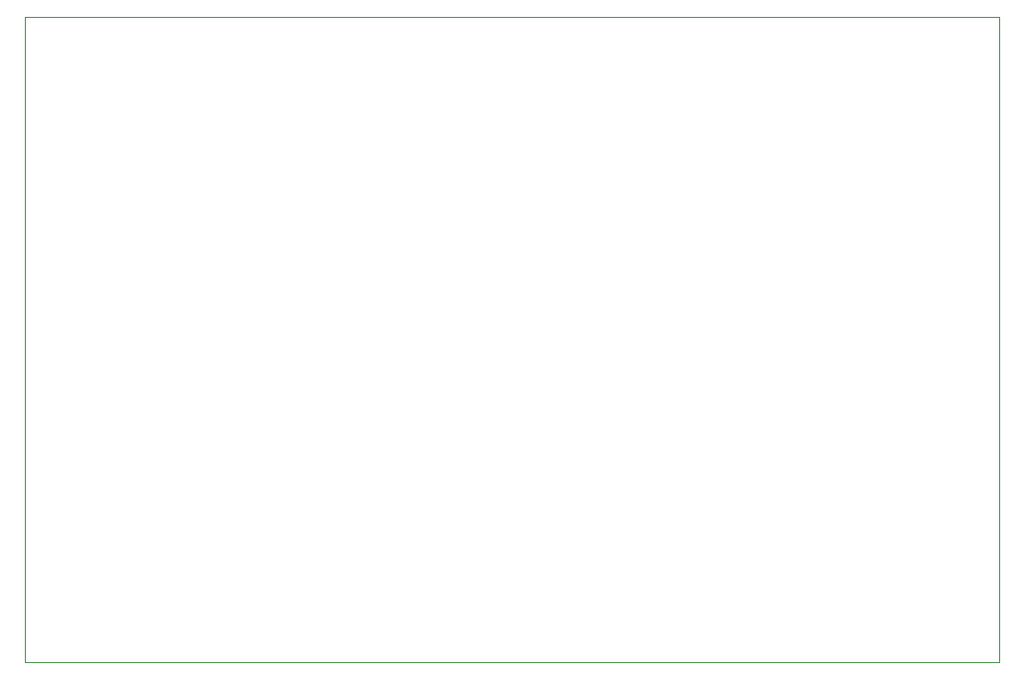
<source format=gm1>
%TF.GenerationSoftware,KiCad,Pcbnew,(5.1.2)-2*%
%TF.CreationDate,2023-01-06T17:13:41+05:30*%
%TF.ProjectId,83mm,38336d6d-2e6b-4696-9361-645f70636258,rev?*%
%TF.SameCoordinates,Original*%
%TF.FileFunction,Profile,NP*%
%FSLAX46Y46*%
G04 Gerber Fmt 4.6, Leading zero omitted, Abs format (unit mm)*
G04 Created by KiCad (PCBNEW (5.1.2)-2) date 2023-01-06 17:13:41*
%MOMM*%
%LPD*%
G04 APERTURE LIST*
%ADD10C,0.100000*%
G04 APERTURE END LIST*
D10*
X165550000Y-127000000D02*
X82550000Y-127000000D01*
X165550000Y-72000000D02*
X165550000Y-127000000D01*
X82550000Y-72000000D02*
X165550000Y-72000000D01*
X82550000Y-127000000D02*
X82550000Y-72000000D01*
M02*

</source>
